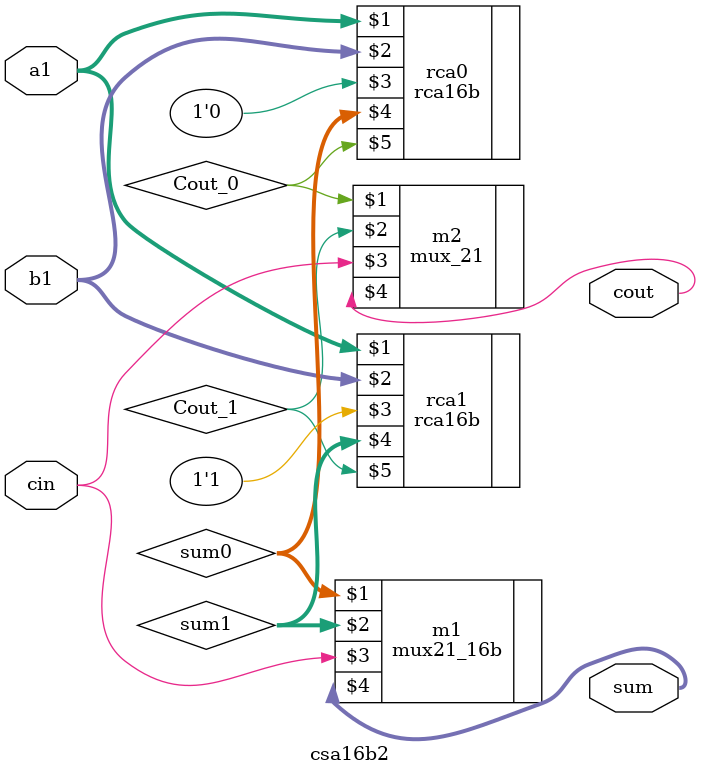
<source format=v>
module csa16b2(
input [15:0] a1, b1,
input cin,
output[15:0] sum,
output cout);

wire[15:0] sum0, sum1;
wire Cout_0, Cout_1;

rca16b rca0 (a1, b1, 1'b0, sum0, Cout_0);
rca16b rca1 (a1, b1, 1'b1, sum1, Cout_1);

mux21_16b m1 (sum0, sum1, cin, sum);
mux_21 m2 (Cout_0, Cout_1, cin, cout);

endmodule

</source>
